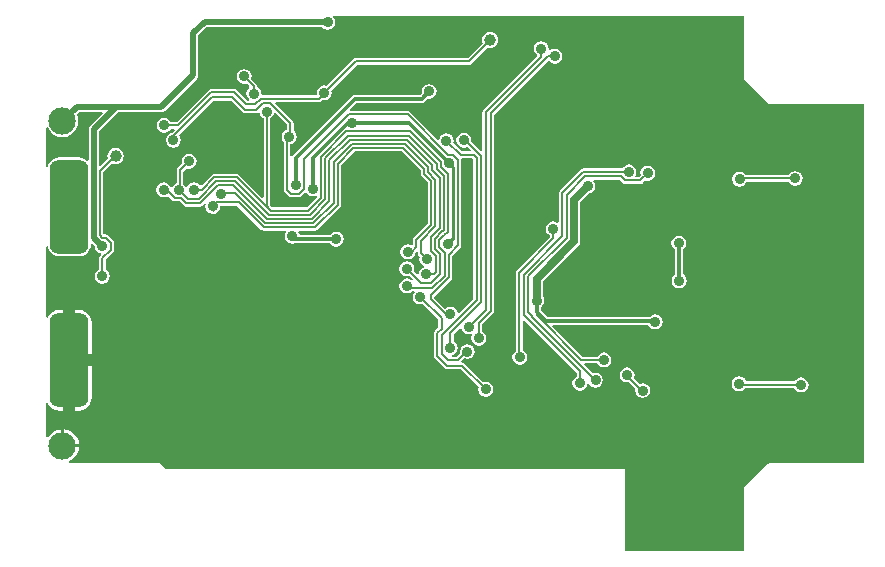
<source format=gbl>
G04 Layer_Physical_Order=2*
G04 Layer_Color=16711680*
%FSLAX25Y25*%
%MOIN*%
G70*
G01*
G75*
%ADD13C,0.01000*%
%ADD92C,0.01200*%
%ADD93C,0.01900*%
%ADD95C,0.00800*%
%ADD96C,0.00700*%
%ADD105C,0.09100*%
G04:AMPARAMS|DCode=106|XSize=86.61mil|YSize=173.23mil|CornerRadius=4.33mil|HoleSize=0mil|Usage=FLASHONLY|Rotation=180.000|XOffset=0mil|YOffset=0mil|HoleType=Round|Shape=RoundedRectangle|*
%AMROUNDEDRECTD106*
21,1,0.08661,0.16457,0,0,180.0*
21,1,0.07795,0.17323,0,0,180.0*
1,1,0.00866,-0.03898,0.08228*
1,1,0.00866,0.03898,0.08228*
1,1,0.00866,0.03898,-0.08228*
1,1,0.00866,-0.03898,-0.08228*
%
%ADD106ROUNDEDRECTD106*%
G04:AMPARAMS|DCode=107|XSize=129.92mil|YSize=314.96mil|CornerRadius=32.48mil|HoleSize=0mil|Usage=FLASHONLY|Rotation=0.000|XOffset=0mil|YOffset=0mil|HoleType=Round|Shape=RoundedRectangle|*
%AMROUNDEDRECTD107*
21,1,0.12992,0.25000,0,0,0.0*
21,1,0.06496,0.31496,0,0,0.0*
1,1,0.06496,0.03248,-0.12500*
1,1,0.06496,-0.03248,-0.12500*
1,1,0.06496,-0.03248,0.12500*
1,1,0.06496,0.03248,0.12500*
%
%ADD107ROUNDEDRECTD107*%
%ADD108C,0.03500*%
%ADD109C,0.03940*%
%ADD110C,0.02559*%
G36*
X19777Y56656D02*
X15656Y52536D01*
X15292Y51990D01*
X15164Y51346D01*
Y41137D01*
X14664Y40983D01*
X13939Y41539D01*
X12979Y41937D01*
X11948Y42073D01*
X5452D01*
X4421Y41937D01*
X3461Y41539D01*
X2636Y40906D01*
X2003Y40082D01*
X1606Y39121D01*
X1571Y38855D01*
X1071Y38888D01*
Y51941D01*
X1571Y52040D01*
X1814Y51452D01*
X2656Y50356D01*
X3752Y49514D01*
X5029Y48985D01*
X6400Y48805D01*
X7771Y48985D01*
X9048Y49514D01*
X10144Y50356D01*
X10986Y51452D01*
X11515Y52729D01*
X11695Y54100D01*
X11515Y55471D01*
X11115Y56436D01*
X11797Y57118D01*
X19585D01*
X19777Y56656D01*
D02*
G37*
G36*
X233429Y68600D02*
X233511Y68190D01*
X233743Y67843D01*
X241543Y60043D01*
X241543Y60043D01*
X241890Y59811D01*
X242300Y59729D01*
X242300Y59729D01*
X273729D01*
Y-59729D01*
X242300D01*
X242300Y-59729D01*
X241890Y-59811D01*
X241543Y-60043D01*
X241543Y-60043D01*
X233743Y-67843D01*
X233511Y-68190D01*
X233429Y-68600D01*
Y-89229D01*
X194000D01*
Y-61900D01*
X41014D01*
X39157Y-60043D01*
X38810Y-59811D01*
X38400Y-59729D01*
X8619D01*
X8519Y-59229D01*
X9199Y-58948D01*
X10358Y-58058D01*
X11248Y-56899D01*
X11807Y-55549D01*
X11932Y-54600D01*
X6400D01*
Y-54100D01*
X5900D01*
Y-48568D01*
X4951Y-48693D01*
X3601Y-49252D01*
X2442Y-50142D01*
X1571Y-51277D01*
X1540Y-51279D01*
X1071Y-51016D01*
Y-39920D01*
X1571Y-39821D01*
X1741Y-40233D01*
X2422Y-41120D01*
X3310Y-41801D01*
X4343Y-42229D01*
X5452Y-42375D01*
X6700D01*
Y-25591D01*
Y-8806D01*
X5452D01*
X4343Y-8952D01*
X3310Y-9380D01*
X2422Y-10061D01*
X1741Y-10948D01*
X1571Y-11360D01*
X1071Y-11261D01*
Y0D01*
Y12293D01*
X1571Y12326D01*
X1606Y12060D01*
X2003Y11100D01*
X2636Y10275D01*
X3461Y9642D01*
X4421Y9244D01*
X5452Y9109D01*
X11948D01*
X12979Y9244D01*
X13939Y9642D01*
X14764Y10275D01*
X15397Y11100D01*
X15794Y12060D01*
X15929Y13084D01*
X16074Y13197D01*
X16392Y13329D01*
X17222Y12499D01*
X17202Y12400D01*
X17392Y11444D01*
X17934Y10634D01*
X18744Y10092D01*
X19135Y10014D01*
X19280Y9536D01*
X18907Y9163D01*
X18664Y8799D01*
X18578Y8370D01*
X18578Y8370D01*
Y4597D01*
X17934Y4166D01*
X17392Y3356D01*
X17202Y2400D01*
X17392Y1444D01*
X17934Y634D01*
X18744Y92D01*
X19700Y-98D01*
X20656Y92D01*
X21466Y634D01*
X22008Y1444D01*
X22198Y2400D01*
X22008Y3356D01*
X21466Y4166D01*
X20821Y4597D01*
Y7905D01*
X23343Y10426D01*
X23343Y10426D01*
X23586Y10790D01*
X23672Y11220D01*
X23672Y11220D01*
Y13580D01*
X23672Y13580D01*
X23586Y14010D01*
X23343Y14374D01*
X21674Y16043D01*
X21310Y16286D01*
X20880Y16372D01*
X20880Y16372D01*
X20214D01*
X20018Y16568D01*
Y37031D01*
X23037Y40051D01*
X23403Y39899D01*
X24100Y39807D01*
X24797Y39899D01*
X25447Y40168D01*
X26004Y40596D01*
X26432Y41153D01*
X26701Y41803D01*
X26793Y42500D01*
X26701Y43197D01*
X26432Y43846D01*
X26004Y44404D01*
X25447Y44832D01*
X24797Y45101D01*
X24100Y45193D01*
X23403Y45101D01*
X22753Y44832D01*
X22196Y44404D01*
X21768Y43846D01*
X21499Y43197D01*
X21407Y42500D01*
X21499Y41803D01*
X21533Y41719D01*
X18990Y39176D01*
X18528Y39368D01*
Y50649D01*
X24997Y57118D01*
X39392D01*
X40036Y57246D01*
X40581Y57610D01*
X51190Y68219D01*
X51554Y68765D01*
X51682Y69408D01*
Y82703D01*
X54597Y85618D01*
X92777D01*
X93034Y85234D01*
X93844Y84692D01*
X94800Y84502D01*
X95756Y84692D01*
X96566Y85234D01*
X97108Y86044D01*
X97298Y87000D01*
X97108Y87956D01*
X96591Y88729D01*
X96699Y89202D01*
X96707Y89229D01*
X233429D01*
Y68600D01*
D02*
G37*
%LPC*%
G36*
X232000Y-30902D02*
X231044Y-31092D01*
X230234Y-31634D01*
X229692Y-32444D01*
X229502Y-33400D01*
X229692Y-34356D01*
X230234Y-35166D01*
X231044Y-35708D01*
X232000Y-35898D01*
X232956Y-35708D01*
X233766Y-35166D01*
X233930Y-34922D01*
X250403D01*
X250834Y-35566D01*
X251644Y-36108D01*
X252600Y-36298D01*
X253556Y-36108D01*
X254366Y-35566D01*
X254908Y-34756D01*
X255098Y-33800D01*
X254908Y-32844D01*
X254366Y-32034D01*
X253556Y-31492D01*
X252600Y-31302D01*
X251644Y-31492D01*
X250834Y-32034D01*
X250403Y-32678D01*
X234354D01*
X234308Y-32444D01*
X233766Y-31634D01*
X232956Y-31092D01*
X232000Y-30902D01*
D02*
G37*
G36*
X11948Y-8806D02*
X10700D01*
Y-23591D01*
X16233D01*
Y-13091D01*
X16087Y-11982D01*
X15659Y-10948D01*
X14978Y-10061D01*
X14090Y-9380D01*
X13057Y-8952D01*
X11948Y-8806D01*
D02*
G37*
G36*
X194600Y-28002D02*
X193644Y-28192D01*
X192834Y-28734D01*
X192292Y-29544D01*
X192102Y-30500D01*
X192292Y-31456D01*
X192834Y-32266D01*
X193644Y-32808D01*
X194600Y-32998D01*
X195110Y-32897D01*
X197404Y-35190D01*
X197302Y-35700D01*
X197492Y-36656D01*
X198034Y-37466D01*
X198844Y-38008D01*
X199800Y-38198D01*
X200756Y-38008D01*
X201566Y-37466D01*
X202108Y-36656D01*
X202298Y-35700D01*
X202108Y-34744D01*
X201566Y-33934D01*
X200756Y-33392D01*
X199800Y-33202D01*
X198844Y-33392D01*
X198805Y-33419D01*
X196881Y-31495D01*
X196908Y-31456D01*
X197098Y-30500D01*
X196908Y-29544D01*
X196366Y-28734D01*
X195556Y-28192D01*
X194600Y-28002D01*
D02*
G37*
G36*
X6900Y-48568D02*
Y-53600D01*
X11932D01*
X11807Y-52651D01*
X11248Y-51301D01*
X10358Y-50142D01*
X9199Y-49252D01*
X7849Y-48693D01*
X6900Y-48568D01*
D02*
G37*
G36*
X16233Y-27591D02*
X10700D01*
Y-42375D01*
X11948D01*
X13057Y-42229D01*
X14090Y-41801D01*
X14978Y-41120D01*
X15659Y-40233D01*
X16087Y-39200D01*
X16233Y-38091D01*
Y-27591D01*
D02*
G37*
G36*
X250671Y37498D02*
X249715Y37308D01*
X248905Y36766D01*
X248474Y36122D01*
X234097D01*
X233866Y36466D01*
X233056Y37008D01*
X232100Y37198D01*
X231144Y37008D01*
X230334Y36466D01*
X229792Y35656D01*
X229602Y34700D01*
X229792Y33744D01*
X230334Y32934D01*
X231144Y32392D01*
X232100Y32202D01*
X233056Y32392D01*
X233866Y32934D01*
X234408Y33744D01*
X234435Y33878D01*
X248474D01*
X248905Y33234D01*
X249715Y32692D01*
X250671Y32502D01*
X251627Y32692D01*
X252438Y33234D01*
X252979Y34044D01*
X253169Y35000D01*
X252979Y35956D01*
X252438Y36766D01*
X251627Y37308D01*
X250671Y37498D01*
D02*
G37*
G36*
X195200Y39698D02*
X194244Y39508D01*
X193434Y38966D01*
X193003Y38322D01*
X180048D01*
X179619Y38236D01*
X179255Y37993D01*
X179255Y37993D01*
X172227Y30965D01*
X171984Y30602D01*
X171899Y30172D01*
X171899Y30172D01*
Y20479D01*
X171399Y20212D01*
X170956Y20508D01*
X170000Y20698D01*
X169044Y20508D01*
X168234Y19966D01*
X167692Y19156D01*
X167502Y18200D01*
X167692Y17244D01*
X168234Y16434D01*
X168878Y16003D01*
Y15465D01*
X157857Y4443D01*
X157614Y4079D01*
X157528Y3650D01*
X157528Y3650D01*
Y-22570D01*
X157134Y-22834D01*
X156592Y-23644D01*
X156402Y-24600D01*
X156592Y-25556D01*
X157134Y-26366D01*
X157944Y-26908D01*
X158900Y-27098D01*
X159856Y-26908D01*
X160666Y-26366D01*
X161208Y-25556D01*
X161398Y-24600D01*
X161208Y-23644D01*
X160666Y-22834D01*
X159856Y-22292D01*
X159772Y-22275D01*
Y-12426D01*
X160233Y-12234D01*
X177778Y-29779D01*
Y-31003D01*
X177134Y-31434D01*
X176592Y-32244D01*
X176402Y-33200D01*
X176592Y-34156D01*
X177134Y-34966D01*
X177944Y-35508D01*
X178900Y-35698D01*
X179856Y-35508D01*
X180666Y-34966D01*
X181208Y-34156D01*
X181352Y-33429D01*
X181378Y-33419D01*
X181873Y-33377D01*
X182334Y-34066D01*
X183144Y-34608D01*
X184100Y-34798D01*
X185056Y-34608D01*
X185866Y-34066D01*
X186408Y-33256D01*
X186598Y-32300D01*
X186408Y-31344D01*
X185866Y-30534D01*
X185056Y-29992D01*
X184100Y-29802D01*
X183262Y-29969D01*
X180412Y-27119D01*
X180604Y-26658D01*
X184727D01*
X185134Y-27266D01*
X185944Y-27808D01*
X186900Y-27998D01*
X187856Y-27808D01*
X188666Y-27266D01*
X189208Y-26456D01*
X189398Y-25500D01*
X189208Y-24544D01*
X188666Y-23734D01*
X187856Y-23192D01*
X186900Y-23002D01*
X185944Y-23192D01*
X185134Y-23734D01*
X184679Y-24415D01*
X179829D01*
X169702Y-14287D01*
X169893Y-13826D01*
X201739D01*
X202234Y-14566D01*
X203044Y-15108D01*
X204000Y-15298D01*
X204956Y-15108D01*
X205766Y-14566D01*
X206308Y-13756D01*
X206498Y-12800D01*
X206308Y-11844D01*
X205766Y-11034D01*
X204956Y-10492D01*
X204000Y-10302D01*
X203044Y-10492D01*
X202234Y-11034D01*
X202139Y-11174D01*
X168121D01*
X165825Y-8879D01*
Y-7761D01*
X166266Y-7466D01*
X166808Y-6656D01*
X166998Y-5700D01*
X166808Y-4744D01*
X166518Y-4311D01*
Y764D01*
X178327Y12573D01*
X178765Y13228D01*
X178918Y14000D01*
Y14116D01*
X178948Y14264D01*
Y20188D01*
X178918Y20336D01*
Y27064D01*
X181945Y30090D01*
X182456Y30192D01*
X183266Y30734D01*
X183808Y31544D01*
X183998Y32500D01*
X183808Y33456D01*
X183392Y34078D01*
X183631Y34578D01*
X192205D01*
X193226Y33557D01*
X193226Y33557D01*
X193590Y33314D01*
X194019Y33228D01*
X194020Y33228D01*
X199050D01*
X199050Y33228D01*
X199479Y33314D01*
X199843Y33557D01*
X200739Y34453D01*
X201500Y34302D01*
X202456Y34492D01*
X203266Y35034D01*
X203808Y35844D01*
X203998Y36800D01*
X203808Y37756D01*
X203266Y38566D01*
X202456Y39108D01*
X201500Y39298D01*
X200544Y39108D01*
X199734Y38566D01*
X199192Y37756D01*
X199002Y36800D01*
X199153Y36039D01*
X198585Y35472D01*
X197522D01*
X197286Y35912D01*
X197508Y36244D01*
X197698Y37200D01*
X197508Y38156D01*
X196966Y38966D01*
X196156Y39508D01*
X195200Y39698D01*
D02*
G37*
G36*
X149000Y83793D02*
X148303Y83701D01*
X147653Y83432D01*
X147096Y83004D01*
X146668Y82446D01*
X146399Y81797D01*
X146307Y81100D01*
X146399Y80403D01*
X146492Y80178D01*
X141435Y75122D01*
X104200D01*
X103771Y75036D01*
X103407Y74793D01*
X103407Y74793D01*
X94461Y65847D01*
X93700Y65998D01*
X92744Y65808D01*
X91934Y65266D01*
X91392Y64456D01*
X91202Y63500D01*
X91270Y63158D01*
X90953Y62772D01*
X73103D01*
X72692Y63269D01*
X72698Y63300D01*
X72508Y64256D01*
X71966Y65066D01*
X71271Y65531D01*
Y65800D01*
X71189Y66210D01*
X70957Y66557D01*
X70957Y66557D01*
X69335Y68179D01*
X69498Y69000D01*
X69308Y69956D01*
X68766Y70766D01*
X67956Y71308D01*
X67000Y71498D01*
X66044Y71308D01*
X65234Y70766D01*
X64692Y69956D01*
X64502Y69000D01*
X64692Y68044D01*
X65234Y67234D01*
X66044Y66692D01*
X67000Y66502D01*
X67821Y66665D01*
X68746Y65740D01*
X68697Y65242D01*
X68434Y65066D01*
X67892Y64256D01*
X67702Y63300D01*
X67892Y62344D01*
X68434Y61534D01*
X68565Y61446D01*
X68443Y60926D01*
X68129Y60885D01*
X64521Y64493D01*
X64157Y64736D01*
X63728Y64822D01*
X63728Y64822D01*
X55900D01*
X55900Y64822D01*
X55471Y64736D01*
X55107Y64493D01*
X44435Y53822D01*
X42497D01*
X42066Y54466D01*
X41256Y55008D01*
X40300Y55198D01*
X39344Y55008D01*
X38534Y54466D01*
X37992Y53656D01*
X37802Y52700D01*
X37992Y51744D01*
X38534Y50934D01*
X39344Y50392D01*
X40300Y50202D01*
X41256Y50392D01*
X42066Y50934D01*
X42497Y51578D01*
X43660D01*
X43852Y51117D01*
X42817Y50082D01*
X42444Y50008D01*
X41634Y49466D01*
X41092Y48656D01*
X40902Y47700D01*
X41092Y46744D01*
X41634Y45934D01*
X42444Y45392D01*
X43400Y45202D01*
X44356Y45392D01*
X45166Y45934D01*
X45708Y46744D01*
X45898Y47700D01*
X45708Y48656D01*
X45249Y49342D01*
X56886Y60978D01*
X62601D01*
X66472Y57107D01*
X66472Y57107D01*
X66836Y56864D01*
X67265Y56778D01*
X67265Y56778D01*
X71069D01*
X71070Y56778D01*
X71499Y56864D01*
X71570Y56911D01*
X72125Y56681D01*
X72192Y56344D01*
X72734Y55534D01*
X73429Y55069D01*
Y28818D01*
X72967Y28626D01*
X65337Y36257D01*
X64990Y36489D01*
X64580Y36571D01*
X57081D01*
X57080Y36571D01*
X56671Y36489D01*
X56323Y36257D01*
X52794Y32728D01*
X52150Y32791D01*
X51966Y33066D01*
X51156Y33608D01*
X50200Y33798D01*
X49244Y33608D01*
X48434Y33066D01*
X47944Y32334D01*
X47941Y32333D01*
X47595Y32296D01*
X47396Y32324D01*
X46966Y32966D01*
X46571Y33231D01*
Y37257D01*
X47779Y38465D01*
X48600Y38302D01*
X49556Y38492D01*
X50366Y39034D01*
X50908Y39844D01*
X51098Y40800D01*
X50908Y41756D01*
X50366Y42566D01*
X49556Y43108D01*
X48600Y43298D01*
X47644Y43108D01*
X46834Y42566D01*
X46292Y41756D01*
X46102Y40800D01*
X46265Y39979D01*
X44743Y38457D01*
X44511Y38110D01*
X44429Y37700D01*
Y33545D01*
X44244Y33508D01*
X43434Y32966D01*
X42912Y32185D01*
X42679Y32156D01*
X42621D01*
X42388Y32185D01*
X41866Y32966D01*
X41056Y33508D01*
X40100Y33698D01*
X39144Y33508D01*
X38334Y32966D01*
X37792Y32156D01*
X37602Y31200D01*
X37792Y30244D01*
X38334Y29434D01*
X39144Y28892D01*
X40100Y28702D01*
X41056Y28892D01*
X41642Y29284D01*
X43283Y27643D01*
X43630Y27411D01*
X44040Y27329D01*
X44040Y27329D01*
X45557D01*
X46943Y25943D01*
X47290Y25711D01*
X47700Y25629D01*
X52240D01*
X52650Y25711D01*
X52997Y25943D01*
X53675Y26621D01*
X54136Y26375D01*
X54002Y25700D01*
X54192Y24744D01*
X54734Y23934D01*
X55544Y23392D01*
X56292Y23243D01*
X56490Y23111D01*
X56900Y23029D01*
X57310Y23111D01*
X57657Y23343D01*
X57879Y23674D01*
X58266Y23934D01*
X58808Y24744D01*
X58998Y25700D01*
X59186Y25929D01*
X64717D01*
X72703Y17943D01*
X73051Y17711D01*
X73460Y17629D01*
X80791D01*
X81059Y17129D01*
X80742Y16656D01*
X80552Y15700D01*
X80742Y14744D01*
X81284Y13934D01*
X82094Y13392D01*
X83050Y13202D01*
X84006Y13392D01*
X84129Y13475D01*
X95639D01*
X95934Y13034D01*
X96744Y12492D01*
X97700Y12302D01*
X98656Y12492D01*
X99466Y13034D01*
X100008Y13844D01*
X100198Y14800D01*
X100008Y15756D01*
X99466Y16566D01*
X98656Y17108D01*
X97700Y17298D01*
X96744Y17108D01*
X95934Y16566D01*
X95639Y16126D01*
X85463D01*
X85358Y16656D01*
X85041Y17129D01*
X85309Y17629D01*
X90620D01*
X91029Y17711D01*
X91377Y17943D01*
X98957Y25523D01*
X99189Y25871D01*
X99271Y26280D01*
Y39503D01*
X103797Y44029D01*
X119599D01*
X125829Y37799D01*
Y36521D01*
X125911Y36111D01*
X126143Y35764D01*
X128229Y33677D01*
Y20023D01*
X123543Y15336D01*
X123311Y14989D01*
X123229Y14579D01*
Y12892D01*
X122729Y12625D01*
X122456Y12808D01*
X121500Y12998D01*
X120544Y12808D01*
X119734Y12266D01*
X119192Y11456D01*
X119002Y10500D01*
X119192Y9544D01*
X119734Y8734D01*
X120544Y8192D01*
X121500Y8002D01*
X122456Y8192D01*
X123266Y8734D01*
X123808Y9544D01*
X123919Y10106D01*
X124468Y10654D01*
X124929Y10462D01*
Y10000D01*
X125011Y9590D01*
X125243Y9243D01*
X125565Y8921D01*
X125402Y8100D01*
X125592Y7144D01*
X126134Y6334D01*
X126846Y5858D01*
X126831Y5453D01*
X126793Y5337D01*
X126644Y5308D01*
X125834Y4766D01*
X125292Y3956D01*
X125138Y3183D01*
X124635Y2979D01*
X123535Y4079D01*
X123698Y4900D01*
X123508Y5856D01*
X122966Y6666D01*
X122156Y7208D01*
X121200Y7398D01*
X120244Y7208D01*
X119434Y6666D01*
X118892Y5856D01*
X118702Y4900D01*
X118892Y3944D01*
X119434Y3134D01*
X120244Y2592D01*
X121200Y2402D01*
X122021Y2565D01*
X123108Y1478D01*
X123121Y1461D01*
X122804Y1075D01*
X122724Y1128D01*
X122156Y1508D01*
X121200Y1698D01*
X120244Y1508D01*
X119434Y966D01*
X118892Y156D01*
X118702Y-800D01*
X118892Y-1756D01*
X119434Y-2566D01*
X120244Y-3108D01*
X121200Y-3298D01*
X122156Y-3108D01*
X122966Y-2566D01*
X123030Y-2471D01*
X123508D01*
X123775Y-2971D01*
X123392Y-3544D01*
X123202Y-4500D01*
X123392Y-5456D01*
X123934Y-6266D01*
X124744Y-6808D01*
X125700Y-6998D01*
X126461Y-6847D01*
X131728Y-12115D01*
Y-14612D01*
X130557Y-15784D01*
X130314Y-16148D01*
X130228Y-16577D01*
X130228Y-16577D01*
Y-24250D01*
X130228Y-24250D01*
X130314Y-24679D01*
X130557Y-25043D01*
X133807Y-28293D01*
X133807Y-28293D01*
X134171Y-28536D01*
X134600Y-28622D01*
X139242D01*
X145153Y-34533D01*
X145002Y-35293D01*
X145192Y-36249D01*
X145734Y-37060D01*
X146544Y-37601D01*
X147500Y-37791D01*
X148456Y-37601D01*
X149266Y-37060D01*
X149808Y-36249D01*
X149998Y-35293D01*
X149808Y-34337D01*
X149266Y-33527D01*
X148456Y-32985D01*
X147500Y-32795D01*
X146739Y-32947D01*
X140500Y-26707D01*
X140136Y-26464D01*
X139707Y-26378D01*
X139707Y-26378D01*
X139515D01*
X139308Y-25878D01*
X140285Y-24901D01*
X140444Y-25008D01*
X141400Y-25198D01*
X142356Y-25008D01*
X143166Y-24466D01*
X143708Y-23656D01*
X143898Y-22700D01*
X143708Y-21744D01*
X143166Y-20934D01*
X142356Y-20392D01*
X141400Y-20202D01*
X140444Y-20392D01*
X139634Y-20934D01*
X139092Y-21744D01*
X138902Y-22700D01*
X138970Y-23043D01*
X137635Y-24378D01*
X136350D01*
X136301Y-23878D01*
X136656Y-23808D01*
X137466Y-23266D01*
X138008Y-22456D01*
X138198Y-21500D01*
X138008Y-20544D01*
X137466Y-19734D01*
X136822Y-19303D01*
Y-16934D01*
X138936Y-14820D01*
X139414Y-14965D01*
X139492Y-15356D01*
X140034Y-16166D01*
X140844Y-16708D01*
X141800Y-16898D01*
X142710Y-16717D01*
X142833Y-16817D01*
X143044Y-17117D01*
X142892Y-17344D01*
X142702Y-18300D01*
X142892Y-19256D01*
X143434Y-20066D01*
X144244Y-20608D01*
X145200Y-20798D01*
X146156Y-20608D01*
X146966Y-20066D01*
X147508Y-19256D01*
X147698Y-18300D01*
X147508Y-17344D01*
X146966Y-16534D01*
X146322Y-16103D01*
Y-13634D01*
X149993Y-9963D01*
X149993Y-9963D01*
X150236Y-9599D01*
X150322Y-9170D01*
Y56235D01*
X168209Y74123D01*
X168707Y74074D01*
X168734Y74034D01*
X169544Y73492D01*
X170500Y73302D01*
X171456Y73492D01*
X172266Y74034D01*
X172808Y74844D01*
X172998Y75800D01*
X172808Y76756D01*
X172266Y77566D01*
X171456Y78108D01*
X170500Y78298D01*
X169544Y78108D01*
X168881Y77665D01*
X168426Y77937D01*
X168498Y78300D01*
X168308Y79256D01*
X167766Y80066D01*
X166956Y80608D01*
X166000Y80798D01*
X165044Y80608D01*
X164234Y80066D01*
X163692Y79256D01*
X163502Y78300D01*
X163692Y77344D01*
X164234Y76534D01*
X164465Y76379D01*
X164528Y75735D01*
X146707Y57914D01*
X146464Y57551D01*
X146378Y57121D01*
X146378Y57121D01*
Y44382D01*
X145916Y44191D01*
X142633Y47474D01*
X142698Y47800D01*
X142508Y48756D01*
X141966Y49566D01*
X141156Y50108D01*
X140200Y50298D01*
X139244Y50108D01*
X138434Y49566D01*
X137892Y48756D01*
X137702Y47800D01*
X137892Y46844D01*
X138434Y46034D01*
X139244Y45492D01*
X140200Y45302D01*
X141156Y45492D01*
X141328Y45607D01*
X142452Y44484D01*
X142260Y44022D01*
X139565D01*
X136747Y46839D01*
X136898Y47600D01*
X136708Y48556D01*
X136166Y49366D01*
X135356Y49908D01*
X134400Y50098D01*
X133444Y49908D01*
X132634Y49366D01*
X132092Y48556D01*
X132000Y48093D01*
X131457Y47929D01*
X122243Y57143D01*
X121879Y57386D01*
X121450Y57472D01*
X121450Y57472D01*
X102353D01*
X102146Y57972D01*
X104392Y60218D01*
X126143D01*
X126651Y60319D01*
X127081Y60606D01*
X128080Y61605D01*
X128600Y61502D01*
X129556Y61692D01*
X130366Y62234D01*
X130908Y63044D01*
X131098Y64000D01*
X130908Y64956D01*
X130366Y65766D01*
X129556Y66308D01*
X128600Y66498D01*
X127644Y66308D01*
X126834Y65766D01*
X126292Y64956D01*
X126102Y64000D01*
X126205Y63480D01*
X125594Y62869D01*
X103843D01*
X103336Y62768D01*
X102906Y62481D01*
X83163Y42737D01*
X82875Y42307D01*
X82872Y42288D01*
X82372Y42337D01*
Y46476D01*
X82956Y46592D01*
X83766Y47134D01*
X84308Y47944D01*
X84498Y48900D01*
X84308Y49856D01*
X83766Y50666D01*
X83452Y50876D01*
Y53500D01*
X83452Y53500D01*
X83367Y53929D01*
X83124Y54293D01*
X77350Y60066D01*
X77542Y60528D01*
X91850D01*
X91850Y60528D01*
X92279Y60614D01*
X92643Y60857D01*
X92939Y61153D01*
X93700Y61002D01*
X94656Y61192D01*
X95466Y61734D01*
X96008Y62544D01*
X96198Y63500D01*
X96047Y64261D01*
X104665Y72878D01*
X141900D01*
X141900Y72878D01*
X142329Y72964D01*
X142693Y73207D01*
X148078Y78592D01*
X148303Y78499D01*
X149000Y78407D01*
X149697Y78499D01*
X150347Y78768D01*
X150904Y79196D01*
X151332Y79754D01*
X151601Y80403D01*
X151693Y81100D01*
X151601Y81797D01*
X151332Y82446D01*
X150904Y83004D01*
X150347Y83432D01*
X149697Y83701D01*
X149000Y83793D01*
D02*
G37*
G36*
X211900Y15898D02*
X210944Y15708D01*
X210134Y15166D01*
X209592Y14356D01*
X209402Y13400D01*
X209592Y12444D01*
X210134Y11634D01*
X210575Y11339D01*
Y2894D01*
X210234Y2666D01*
X209692Y1856D01*
X209502Y900D01*
X209692Y-56D01*
X210234Y-866D01*
X211044Y-1408D01*
X212000Y-1598D01*
X212956Y-1408D01*
X213766Y-866D01*
X214308Y-56D01*
X214498Y900D01*
X214308Y1856D01*
X213766Y2666D01*
X213226Y3028D01*
Y11339D01*
X213666Y11634D01*
X214208Y12444D01*
X214398Y13400D01*
X214208Y14356D01*
X213666Y15166D01*
X212856Y15708D01*
X211900Y15898D01*
D02*
G37*
%LPD*%
G36*
X143378Y41435D02*
Y-5084D01*
X138634Y-9828D01*
X138091Y-9664D01*
X138008Y-9244D01*
X137466Y-8434D01*
X136656Y-7892D01*
X135700Y-7702D01*
X134744Y-7892D01*
X133985Y-8399D01*
X130422Y-4835D01*
Y-4365D01*
X136043Y1257D01*
X136286Y1621D01*
X136372Y2050D01*
X136372Y2050D01*
Y9155D01*
X139093Y11876D01*
X139093Y11876D01*
X139336Y12240D01*
X139422Y12670D01*
X139422Y12670D01*
Y41030D01*
X139372Y41278D01*
X139679Y41778D01*
X143035D01*
X143378Y41435D01*
D02*
G37*
G36*
X81209Y53035D02*
Y51241D01*
X81044Y51208D01*
X80234Y50666D01*
X79692Y49856D01*
X79502Y48900D01*
X79692Y47944D01*
X80128Y47291D01*
Y31319D01*
X80128Y31319D01*
X80214Y30890D01*
X80457Y30526D01*
X81926Y29057D01*
X81926Y29057D01*
X82290Y28814D01*
X82719Y28728D01*
X82720Y28728D01*
X85280D01*
X85281Y28728D01*
X85710Y28814D01*
X86074Y29057D01*
X87281Y30264D01*
X87779Y30215D01*
X88034Y29834D01*
X88844Y29292D01*
X89800Y29102D01*
X90756Y29292D01*
X90762Y29296D01*
X91295Y29051D01*
X91321Y28835D01*
X87857Y25371D01*
X76223D01*
X75915Y25679D01*
X75889Y25810D01*
X75657Y26157D01*
X75571Y26243D01*
Y55069D01*
X76266Y55534D01*
X76808Y56344D01*
X76886Y56735D01*
X77364Y56880D01*
X81209Y53035D01*
D02*
G37*
D13*
X135300Y40000D02*
X136600Y38700D01*
Y14900D02*
Y38700D01*
D92*
X167572Y-12500D02*
X204000D01*
X211900Y900D02*
Y13400D01*
X134800Y13200D02*
X134900D01*
X135300Y40000D02*
Y40096D01*
X164500Y-9428D02*
Y-5700D01*
X84100Y32700D02*
Y41800D01*
X89800Y31600D02*
Y41800D01*
X126143Y61543D02*
X128600Y64000D01*
X164500Y-9428D02*
X167572Y-12500D01*
X84100Y41800D02*
X103843Y61543D01*
X121896Y53500D02*
X135300Y40096D01*
X103000Y53500D02*
X121896D01*
X103843Y61543D02*
X126143D01*
X134900Y13200D02*
X136600Y14900D01*
X101500Y53500D02*
X103000D01*
X89800Y41800D02*
X101500Y53500D01*
X83100Y14800D02*
X97700D01*
D93*
X53900Y87300D02*
X94800D01*
X16846Y15254D02*
X19700Y12400D01*
X16846Y15254D02*
Y51346D01*
X50000Y83400D02*
X53900Y87300D01*
X50000Y69408D02*
Y83400D01*
X16846Y51346D02*
X24300Y58800D01*
X6400Y54100D02*
X11100Y58800D01*
X24300D01*
X39392D02*
X50000Y69408D01*
X24300Y58800D02*
X39392D01*
D95*
X180669Y35700D02*
X192669D01*
X174521Y29551D02*
X180669Y35700D01*
X192669D02*
X194019Y34350D01*
X163000Y-11293D02*
X184053Y-32347D01*
X199050Y34350D02*
X201500Y36800D01*
X194019Y34350D02*
X199050D01*
X168300Y75800D02*
X170500D01*
X149200Y56700D02*
X168300Y75800D01*
X179364Y-25536D02*
X187000D01*
X18896Y37496D02*
X24100Y42700D01*
X81250Y48750D02*
X82000Y49500D01*
X129300Y-3900D02*
X135250Y2050D01*
X129300Y-5300D02*
Y-3900D01*
Y-5300D02*
X134200Y-10200D01*
X135250Y2050D02*
Y9619D01*
X138300Y12670D01*
X136650Y42680D02*
X138300Y41030D01*
Y12670D02*
Y41030D01*
X136650Y42680D02*
Y42850D01*
X140900Y-22700D02*
X141400D01*
X138100Y-25500D02*
X140900Y-22700D01*
X134900Y-25500D02*
X138100D01*
X132850Y-23450D02*
X134900Y-25500D01*
X164500Y-10672D02*
X179364Y-25536D01*
X164500Y-10672D02*
Y-9428D01*
X194600Y-30800D02*
Y-30500D01*
Y-30800D02*
X199500Y-35700D01*
X199800D01*
X178900Y-33200D02*
Y-29315D01*
X232000Y-33400D02*
X232400Y-33800D01*
X252600D01*
X163000Y-11293D02*
Y-10893D01*
X161650Y-9543D02*
X163000Y-10893D01*
X161650Y-9543D02*
Y2350D01*
X160150Y-10565D02*
X178900Y-29315D01*
X232400Y35000D02*
X250671D01*
X232100Y34700D02*
X232400Y35000D01*
X174550Y15250D02*
Y19202D01*
X174521Y19231D02*
Y29551D01*
X173021Y18610D02*
Y30172D01*
Y18610D02*
X173050Y18580D01*
X173021Y30172D02*
X180048Y37200D01*
X195200D01*
X158650Y-24350D02*
Y3650D01*
X170000Y15000D01*
X173050Y15871D02*
Y18580D01*
X160150Y2971D02*
X173050Y15871D01*
X174521Y19231D02*
X174550Y19202D01*
X161650Y2350D02*
X174550Y15250D01*
X158650Y-24350D02*
X158900Y-24600D01*
X160150Y-10565D02*
Y2971D01*
X149200Y-9170D02*
Y56700D01*
X147500Y-8700D02*
Y57121D01*
X146000Y-6169D02*
Y42521D01*
X144500Y-5548D02*
Y41900D01*
X170000Y15000D02*
Y18200D01*
X135700Y-21500D02*
Y-16469D01*
X132850Y-23450D02*
Y-17198D01*
X131350Y-24250D02*
Y-16577D01*
X132850Y-15077D01*
X131350Y-24250D02*
X134600Y-27500D01*
X132850Y-17198D02*
X144500Y-5548D01*
X135700Y-16469D02*
X146000Y-6169D01*
X145200Y-18300D02*
Y-13170D01*
X18896Y16103D02*
Y37496D01*
Y16103D02*
X19749Y15250D01*
X20880D01*
X22550Y13580D01*
Y11220D02*
Y13580D01*
X19700Y8370D02*
X22550Y11220D01*
X19700Y2400D02*
Y8370D01*
X140200Y47800D02*
X140721D01*
X166000Y75621D02*
Y78300D01*
X86950Y31519D02*
Y41480D01*
X85281Y29850D02*
X86950Y31519D01*
X82719Y29850D02*
X85281D01*
X63065Y62100D02*
X67265Y57900D01*
X63728Y63700D02*
X67728Y59700D01*
X147500Y57121D02*
X166000Y75621D01*
X141900Y74000D02*
X149000Y81100D01*
X104200Y74000D02*
X141900D01*
X86950Y41480D02*
X101820Y56350D01*
X145200Y-13170D02*
X149200Y-9170D01*
X140721Y47800D02*
X146000Y42521D01*
X143500Y42900D02*
X144500Y41900D01*
X134400Y47600D02*
X139100Y42900D01*
X143500D01*
X134950Y42850D02*
X136650D01*
X121450Y56350D02*
X134950Y42850D01*
X101820Y56350D02*
X121450D01*
X134200Y-10200D02*
X135700D01*
X141800Y-14400D02*
X147500Y-8700D01*
X132850Y-15077D02*
Y-11650D01*
X125700Y-4500D02*
X132850Y-11650D01*
X81250Y31319D02*
Y48750D01*
X139707Y-27500D02*
X147500Y-35293D01*
X134600Y-27500D02*
X139707D01*
X81250Y31319D02*
X82719Y29850D01*
X93700Y63500D02*
X104200Y74000D01*
X24100Y42500D02*
Y42700D01*
X82000Y48900D02*
Y49500D01*
Y48900D02*
X82331Y49231D01*
Y53500D01*
X82000Y49500D02*
X82100Y49600D01*
X73320Y60150D02*
X75681D01*
X67728Y59700D02*
X70748D01*
X72698Y61650D01*
X91850D01*
X67265Y57900D02*
X71070D01*
X73320Y60150D01*
X75681D02*
X82331Y53500D01*
X91850Y61650D02*
X93700Y63500D01*
X55900Y63700D02*
X63728D01*
X56421Y62100D02*
X63065D01*
X43400Y49079D02*
X56421Y62100D01*
X40300Y52700D02*
X44900D01*
X55900Y63700D01*
X43400Y47700D02*
Y49079D01*
D96*
X65160Y27000D02*
X73460Y18700D01*
X58020Y27000D02*
X65160D01*
X56900Y25880D02*
X58020Y27000D01*
X129300Y19579D02*
Y34121D01*
X126900Y36521D02*
X129300Y34121D01*
X126900Y36521D02*
Y38243D01*
X120043Y45100D02*
X126900Y38243D01*
X103353Y45100D02*
X120043D01*
X130750Y19049D02*
Y34650D01*
X128300Y37100D02*
X130750Y34650D01*
X128300Y37100D02*
Y38823D01*
X120623Y46500D02*
X128300Y38823D01*
X102773Y46500D02*
X120623D01*
X132150Y18470D02*
Y35230D01*
X129700Y37680D02*
X132150Y35230D01*
X129700Y37680D02*
Y39403D01*
X121203Y47900D02*
X129700Y39403D01*
X102194Y47900D02*
X121203D01*
X133550Y17790D02*
Y35810D01*
X131100Y38260D02*
X133550Y35810D01*
X131100Y38260D02*
Y39983D01*
X121783Y49300D02*
X131100Y39983D01*
X101614Y49300D02*
X121783D01*
X132500Y38840D02*
X134950Y36390D01*
Y17210D02*
Y36390D01*
X132500Y38840D02*
Y40562D01*
X122362Y50700D02*
X132500Y40562D01*
X101034Y50700D02*
X122362D01*
X133740Y16000D02*
X134950Y17210D01*
X133640Y16000D02*
X133740D01*
X132000Y14360D02*
X133640Y16000D01*
X132000Y12040D02*
Y14360D01*
Y12040D02*
X133800Y10240D01*
Y2651D02*
Y10240D01*
X133160Y17400D02*
X133550Y17790D01*
X133060Y17400D02*
X133160D01*
X130600Y14940D02*
X133060Y17400D01*
X130600Y11460D02*
Y14940D01*
Y11460D02*
X132400Y9660D01*
Y3230D02*
Y9660D01*
X129200Y15520D02*
X132150Y18470D01*
X129200Y10880D02*
Y15520D01*
Y10880D02*
X131000Y9080D01*
Y3900D02*
Y9080D01*
X126000Y14299D02*
X130750Y19049D01*
X124300Y14579D02*
X129300Y19579D01*
X126000Y10000D02*
Y14299D01*
X124300Y12000D02*
Y14579D01*
X126000Y10000D02*
X127900Y8100D01*
X121200Y4900D02*
X126000Y100D01*
X122800Y10500D02*
X124300Y12000D01*
X121500Y10500D02*
X122800D01*
X45500Y31500D02*
Y37700D01*
X48600Y40800D01*
X88300Y24300D02*
X92600Y28600D01*
X75780Y24300D02*
X88300D01*
X75200Y22900D02*
X88880D01*
X73460Y18700D02*
X90620D01*
X92600Y28600D02*
Y42266D01*
X94000Y28020D02*
Y41686D01*
X95400Y27440D02*
Y41106D01*
X96800Y26860D02*
Y40527D01*
X98200Y26280D02*
Y39947D01*
X74620Y21500D02*
X89460D01*
X74040Y20100D02*
X90040D01*
X90620Y18700D02*
X98200Y26280D01*
X90040Y20100D02*
X96800Y26860D01*
X89460Y21500D02*
X95400Y27440D01*
X88880Y22900D02*
X94000Y28020D01*
X129270Y100D02*
X132400Y3230D01*
X126000Y100D02*
X129270D01*
X129749Y-1400D02*
X133800Y2651D01*
X70200Y63300D02*
Y65800D01*
X67000Y69000D02*
X70200Y65800D01*
X98200Y39947D02*
X103353Y45100D01*
X96800Y40527D02*
X102773Y46500D01*
X95400Y41106D02*
X102194Y47900D01*
X94000Y41686D02*
X101614Y49300D01*
X92600Y42266D02*
X101034Y50700D01*
X130100Y3000D02*
X131000Y3900D01*
X127600Y3000D02*
X130100D01*
X121800Y-1400D02*
X129749D01*
X121200Y-800D02*
X121800Y-1400D01*
X57080Y35500D02*
X64580D01*
X52880Y31300D02*
X57080Y35500D01*
X58240Y32700D02*
X63420D01*
X74620Y21500D01*
X64000Y34100D02*
X75200Y22900D01*
X64580Y35500D02*
X75780Y24300D01*
X57660Y34100D02*
X64000D01*
X48200Y28200D02*
X51760D01*
X57660Y34100D01*
X45200Y31200D02*
X45500Y31500D01*
X50200Y31300D02*
X52880D01*
X45200Y31200D02*
X48200Y28200D01*
X52240Y26700D02*
X58240Y32700D01*
X47700Y26700D02*
X52240D01*
X44040Y28400D02*
X46000D01*
X47700Y26700D01*
X40100Y31200D02*
X41240D01*
X44040Y28400D01*
X56500Y24500D02*
X56900Y24100D01*
X56500Y24500D02*
Y25700D01*
X59625Y30125D02*
X64015D01*
X74040Y20100D01*
X59400Y29900D02*
X59625Y30125D01*
X74500Y25800D02*
X74900Y25400D01*
X74500Y25800D02*
Y57300D01*
D105*
X6400Y54100D02*
D03*
Y-54100D02*
D03*
D106*
X228836Y80513D02*
D03*
X208364D02*
D03*
Y-80513D02*
D03*
X228836D02*
D03*
D107*
X8700Y-25591D02*
D03*
Y25591D02*
D03*
D108*
X134800Y13200D02*
D03*
X141400Y29400D02*
D03*
X165000Y18800D02*
D03*
X127900Y8100D02*
D03*
X121200Y4900D02*
D03*
X135300Y40000D02*
D03*
X121500Y10500D02*
D03*
X206600Y-35900D02*
D03*
X189600Y-34000D02*
D03*
X194600Y-30500D02*
D03*
X199800Y-35700D02*
D03*
X186900Y-25500D02*
D03*
X184100Y-32300D02*
D03*
X178900Y-33200D02*
D03*
X200000Y-23700D02*
D03*
X201500Y36800D02*
D03*
X232000Y-33400D02*
D03*
X227500Y-29900D02*
D03*
X234300Y-27200D02*
D03*
X232100Y34700D02*
D03*
X195200Y37200D02*
D03*
X181500Y32500D02*
D03*
X170000Y18200D02*
D03*
X158900Y-24600D02*
D03*
X164500Y-5700D02*
D03*
X141400Y-22700D02*
D03*
X135700Y-21500D02*
D03*
X145200Y-18300D02*
D03*
X152791Y-23010D02*
D03*
X19700Y2400D02*
D03*
X14500Y54900D02*
D03*
X28700Y40100D02*
D03*
X88000Y74400D02*
D03*
X140200Y47800D02*
D03*
X170500Y75800D02*
D03*
X166000Y78300D02*
D03*
X84100Y32700D02*
D03*
X89800Y31600D02*
D03*
X86300Y27100D02*
D03*
X19700Y12400D02*
D03*
X83050Y15700D02*
D03*
X79600Y27700D02*
D03*
X77700Y15500D02*
D03*
X62000Y69000D02*
D03*
X70200Y63300D02*
D03*
X59200Y46532D02*
D03*
X56416Y49316D02*
D03*
X53632Y52100D02*
D03*
X59200Y52100D02*
D03*
X56416Y54884D02*
D03*
X64768Y52100D02*
D03*
X61984Y54884D02*
D03*
X59200Y57668D02*
D03*
X61984Y49316D02*
D03*
X67000Y69000D02*
D03*
X106200Y69900D02*
D03*
X160300Y60900D02*
D03*
X151000Y70700D02*
D03*
X197800Y71300D02*
D03*
X143700Y81700D02*
D03*
X107400Y79100D02*
D03*
X128600Y64000D02*
D03*
X212000Y900D02*
D03*
X204000Y-12800D02*
D03*
X88200Y50500D02*
D03*
X134400Y47600D02*
D03*
X127600Y3000D02*
D03*
X152780Y24295D02*
D03*
X134400Y-4000D02*
D03*
X135700Y-10200D02*
D03*
X141800Y-14400D02*
D03*
X121200Y-800D02*
D03*
X125700Y-4500D02*
D03*
X252600Y-33800D02*
D03*
X250671Y35000D02*
D03*
X147500Y-35293D02*
D03*
X211900Y13400D02*
D03*
X152800Y617D02*
D03*
X152800Y51200D02*
D03*
X169300Y47300D02*
D03*
X97700Y14800D02*
D03*
X181031Y51185D02*
D03*
X204661Y51207D02*
D03*
X228275D02*
D03*
X255200Y51100D02*
D03*
X255175Y24348D02*
D03*
X255194Y670D02*
D03*
X255186Y-22957D02*
D03*
X254900Y-51000D02*
D03*
X228268Y-51196D02*
D03*
X204653D02*
D03*
X153000Y-51000D02*
D03*
X181023Y-51218D02*
D03*
X103000Y53500D02*
D03*
X213200Y-68400D02*
D03*
X194700Y17000D02*
D03*
X167100Y-31300D02*
D03*
X210100Y-12600D02*
D03*
X199600Y-6500D02*
D03*
X121654Y22575D02*
D03*
Y26905D02*
D03*
Y31236D02*
D03*
Y35567D02*
D03*
X117323D02*
D03*
Y31236D02*
D03*
Y26905D02*
D03*
Y22575D02*
D03*
X112993D02*
D03*
Y26905D02*
D03*
Y31236D02*
D03*
Y35567D02*
D03*
X108662D02*
D03*
Y31236D02*
D03*
Y26905D02*
D03*
Y22575D02*
D03*
X238300Y18700D02*
D03*
X247200Y5500D02*
D03*
X226500Y32100D02*
D03*
X219500D02*
D03*
X213000Y26300D02*
D03*
X200000Y26400D02*
D03*
X213000Y31400D02*
D03*
X206100D02*
D03*
X200000D02*
D03*
X226400Y-400D02*
D03*
X231900Y-2400D02*
D03*
X236800Y-5500D02*
D03*
X238300Y-11000D02*
D03*
X238600Y-17400D02*
D03*
X232000Y-8900D02*
D03*
X224400Y-8400D02*
D03*
X217900Y-8600D02*
D03*
X217800Y-3600D02*
D03*
X250200Y9700D02*
D03*
X253200Y13900D02*
D03*
X249800Y900D02*
D03*
X253600Y-11000D02*
D03*
X212400Y-23700D02*
D03*
X249900Y-42000D02*
D03*
X246200Y-46000D02*
D03*
X222900Y-60200D02*
D03*
X214200D02*
D03*
X209700Y-63500D02*
D03*
X218700Y-57100D02*
D03*
X219100Y-46100D02*
D03*
X225100Y-46000D02*
D03*
X231100D02*
D03*
X237100Y-46200D02*
D03*
X174600Y-16300D02*
D03*
X222600Y60400D02*
D03*
X219800Y56200D02*
D03*
X215100Y59500D02*
D03*
X233900Y-63800D02*
D03*
X229400Y-67300D02*
D03*
X44100Y-58400D02*
D03*
X50100D02*
D03*
X56100D02*
D03*
X62100D02*
D03*
X68100D02*
D03*
X74100D02*
D03*
X80100D02*
D03*
X86100D02*
D03*
X92100D02*
D03*
X98100D02*
D03*
X117300Y-56900D02*
D03*
X123300D02*
D03*
X129300D02*
D03*
X135300D02*
D03*
X141300D02*
D03*
X147300D02*
D03*
X153300D02*
D03*
X159300D02*
D03*
X165300D02*
D03*
X111200Y-14900D02*
D03*
Y-20900D02*
D03*
Y-26900D02*
D03*
Y-32900D02*
D03*
Y-38900D02*
D03*
Y-44900D02*
D03*
Y-50900D02*
D03*
X117400Y-51000D02*
D03*
Y-45000D02*
D03*
Y-39000D02*
D03*
Y-33000D02*
D03*
Y-27000D02*
D03*
X92800Y-52000D02*
D03*
Y-46000D02*
D03*
Y-27400D02*
D03*
Y-21400D02*
D03*
X55100Y-21900D02*
D03*
Y-27900D02*
D03*
Y-33900D02*
D03*
Y-39900D02*
D03*
Y-45900D02*
D03*
Y-51900D02*
D03*
X99800Y-46000D02*
D03*
Y-52000D02*
D03*
X85100Y-21100D02*
D03*
X79100Y-21400D02*
D03*
X73100D02*
D03*
X61100Y-21100D02*
D03*
X67100Y-21400D02*
D03*
X92800Y-33400D02*
D03*
X49500Y-52300D02*
D03*
Y-46300D02*
D03*
X43900Y-52300D02*
D03*
Y-46300D02*
D03*
X99800Y-33200D02*
D03*
Y-20600D02*
D03*
X207300Y-56800D02*
D03*
X201300Y-56900D02*
D03*
X195300D02*
D03*
X189300D02*
D03*
X183300D02*
D03*
X177300D02*
D03*
X171300D02*
D03*
X213400Y67100D02*
D03*
X210400Y62800D02*
D03*
X238700Y-59900D02*
D03*
X242600Y-56100D02*
D03*
X228667Y68519D02*
D03*
X233226Y64550D02*
D03*
X242128Y56676D02*
D03*
X237900Y60500D02*
D03*
X262800Y-54000D02*
D03*
Y-48000D02*
D03*
Y-42000D02*
D03*
Y-36000D02*
D03*
Y-30000D02*
D03*
Y-24000D02*
D03*
Y-18000D02*
D03*
Y-12000D02*
D03*
Y-6000D02*
D03*
Y0D02*
D03*
Y6000D02*
D03*
Y12000D02*
D03*
Y18000D02*
D03*
Y24000D02*
D03*
Y30000D02*
D03*
Y36000D02*
D03*
Y42000D02*
D03*
Y48000D02*
D03*
Y54000D02*
D03*
X250300Y-57200D02*
D03*
X256300D02*
D03*
X249800Y57200D02*
D03*
X255800D02*
D03*
X159300Y-45000D02*
D03*
X165300D02*
D03*
X171300D02*
D03*
X177300D02*
D03*
X183300D02*
D03*
X189300D02*
D03*
X195300D02*
D03*
X201300D02*
D03*
X207300D02*
D03*
X169100Y-51300D02*
D03*
X192800Y-51200D02*
D03*
X216500Y-51600D02*
D03*
X216400Y51000D02*
D03*
X209200Y51200D02*
D03*
X223100D02*
D03*
X233400D02*
D03*
X246600Y51300D02*
D03*
X250782Y51199D02*
D03*
X199900Y51300D02*
D03*
X247500Y-51200D02*
D03*
X233000D02*
D03*
X223500D02*
D03*
X209300D02*
D03*
X200100D02*
D03*
X185800D02*
D03*
X176300Y-51300D02*
D03*
X162800Y-51200D02*
D03*
X157903Y-51220D02*
D03*
X185700Y51200D02*
D03*
X152900Y-45100D02*
D03*
X255207Y-46137D02*
D03*
X176400Y51200D02*
D03*
X255200Y19900D02*
D03*
Y29100D02*
D03*
X255196Y46791D02*
D03*
X255200Y42600D02*
D03*
Y5400D02*
D03*
Y-4100D02*
D03*
Y-18200D02*
D03*
Y-27500D02*
D03*
Y-41600D02*
D03*
X257700Y-35700D02*
D03*
X77000Y-52500D02*
D03*
X71000D02*
D03*
X38000Y-46500D02*
D03*
Y-52500D02*
D03*
X213000Y-46100D02*
D03*
X128700Y69700D02*
D03*
X255600Y36800D02*
D03*
X176013Y-2362D02*
D03*
X180738Y-7087D02*
D03*
X190187Y7087D02*
D03*
X180738D02*
D03*
X185462D02*
D03*
X180738Y-2362D02*
D03*
X176013Y-7087D02*
D03*
Y2362D02*
D03*
Y7087D02*
D03*
X190187Y2362D02*
D03*
X185462D02*
D03*
X180738D02*
D03*
X185462Y-2362D02*
D03*
X190187D02*
D03*
Y-7087D02*
D03*
X185462D02*
D03*
X93700Y63500D02*
D03*
X59400Y29900D02*
D03*
X26900Y31000D02*
D03*
X40100Y31200D02*
D03*
X45200D02*
D03*
X50200Y31300D02*
D03*
X51700Y22500D02*
D03*
X56500Y25700D02*
D03*
X94800Y87000D02*
D03*
X82000Y48900D02*
D03*
X74500Y57300D02*
D03*
X48600Y40800D02*
D03*
X43400Y47700D02*
D03*
X40300Y52700D02*
D03*
D109*
X149000Y81100D02*
D03*
X24100Y42500D02*
D03*
D110*
X176900Y27900D02*
X181500Y32500D01*
X176900Y20217D02*
Y27900D01*
Y20217D02*
X176929Y20188D01*
Y14264D02*
Y20188D01*
X176900Y14235D02*
X176929Y14264D01*
X176900Y14000D02*
Y14235D01*
X164500Y1600D02*
X176900Y14000D01*
X164500Y-5700D02*
Y1600D01*
M02*

</source>
